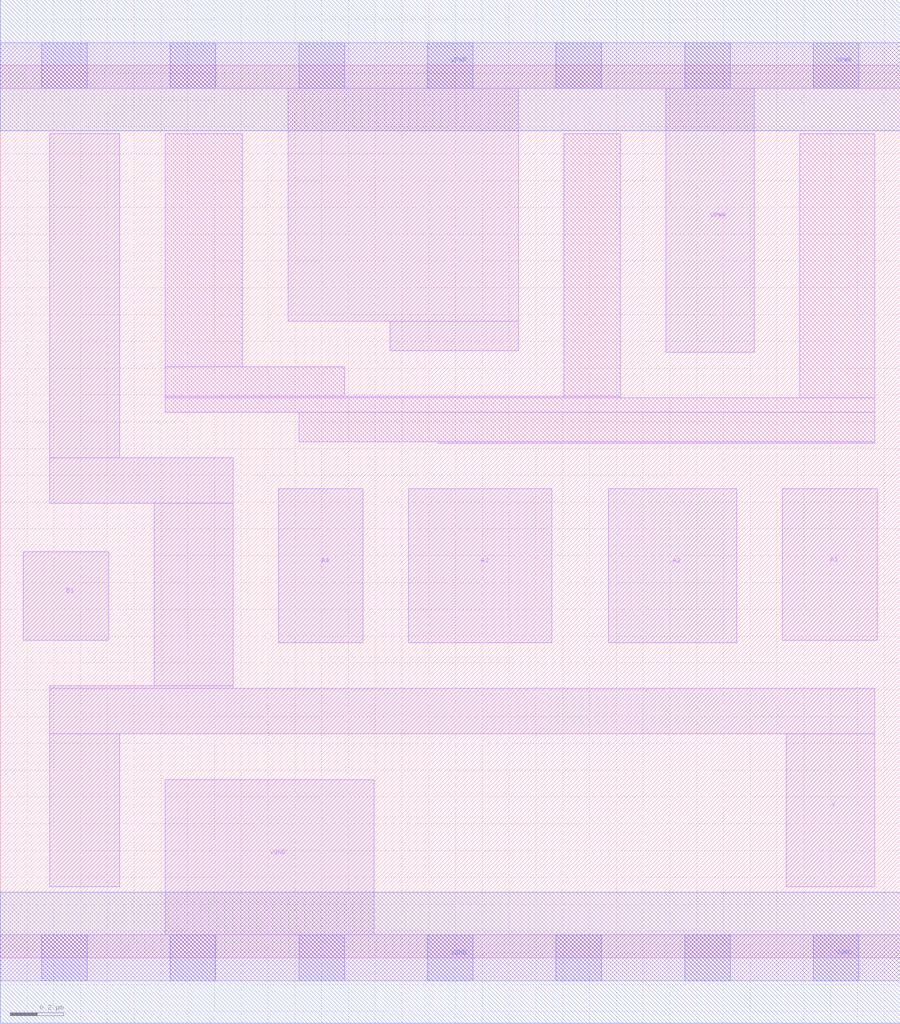
<source format=lef>
# Copyright 2020 The SkyWater PDK Authors
#
# Licensed under the Apache License, Version 2.0 (the "License");
# you may not use this file except in compliance with the License.
# You may obtain a copy of the License at
#
#     https://www.apache.org/licenses/LICENSE-2.0
#
# Unless required by applicable law or agreed to in writing, software
# distributed under the License is distributed on an "AS IS" BASIS,
# WITHOUT WARRANTIES OR CONDITIONS OF ANY KIND, either express or implied.
# See the License for the specific language governing permissions and
# limitations under the License.
#
# SPDX-License-Identifier: Apache-2.0

VERSION 5.7 ;
  NAMESCASESENSITIVE ON ;
  NOWIREEXTENSIONATPIN ON ;
  DIVIDERCHAR "/" ;
  BUSBITCHARS "[]" ;
UNITS
  DATABASE MICRONS 200 ;
END UNITS
MACRO sky130_fd_sc_lp__a41oi_1
  CLASS CORE ;
  SOURCE USER ;
  FOREIGN sky130_fd_sc_lp__a41oi_1 ;
  ORIGIN  0.000000  0.000000 ;
  SIZE  3.360000 BY  3.330000 ;
  SYMMETRY X Y R90 ;
  SITE unit ;
  PIN A1
    ANTENNAGATEAREA  0.315000 ;
    DIRECTION INPUT ;
    USE SIGNAL ;
    PORT
      LAYER li1 ;
        RECT 2.920000 1.185000 3.275000 1.750000 ;
    END
  END A1
  PIN A2
    ANTENNAGATEAREA  0.315000 ;
    DIRECTION INPUT ;
    USE SIGNAL ;
    PORT
      LAYER li1 ;
        RECT 2.270000 1.175000 2.750000 1.750000 ;
    END
  END A2
  PIN A3
    ANTENNAGATEAREA  0.315000 ;
    DIRECTION INPUT ;
    USE SIGNAL ;
    PORT
      LAYER li1 ;
        RECT 1.525000 1.175000 2.060000 1.750000 ;
    END
  END A3
  PIN A4
    ANTENNAGATEAREA  0.315000 ;
    DIRECTION INPUT ;
    USE SIGNAL ;
    PORT
      LAYER li1 ;
        RECT 1.040000 1.175000 1.355000 1.750000 ;
    END
  END A4
  PIN B1
    ANTENNAGATEAREA  0.315000 ;
    DIRECTION INPUT ;
    USE SIGNAL ;
    PORT
      LAYER li1 ;
        RECT 0.085000 1.185000 0.405000 1.515000 ;
    END
  END B1
  PIN Y
    ANTENNADIFFAREA  0.779100 ;
    DIRECTION OUTPUT ;
    USE SIGNAL ;
    PORT
      LAYER li1 ;
        RECT 0.185000 0.265000 0.445000 0.835000 ;
        RECT 0.185000 0.835000 3.265000 1.005000 ;
        RECT 0.185000 1.005000 0.870000 1.015000 ;
        RECT 0.185000 1.695000 0.870000 1.865000 ;
        RECT 0.185000 1.865000 0.445000 3.075000 ;
        RECT 0.575000 1.015000 0.870000 1.695000 ;
        RECT 2.935000 0.265000 3.265000 0.835000 ;
    END
  END Y
  PIN VGND
    DIRECTION INOUT ;
    USE GROUND ;
    PORT
      LAYER li1 ;
        RECT 0.000000 -0.085000 3.360000 0.085000 ;
        RECT 0.615000  0.085000 1.395000 0.665000 ;
      LAYER mcon ;
        RECT 0.155000 -0.085000 0.325000 0.085000 ;
        RECT 0.635000 -0.085000 0.805000 0.085000 ;
        RECT 1.115000 -0.085000 1.285000 0.085000 ;
        RECT 1.595000 -0.085000 1.765000 0.085000 ;
        RECT 2.075000 -0.085000 2.245000 0.085000 ;
        RECT 2.555000 -0.085000 2.725000 0.085000 ;
        RECT 3.035000 -0.085000 3.205000 0.085000 ;
      LAYER met1 ;
        RECT 0.000000 -0.245000 3.360000 0.245000 ;
    END
  END VGND
  PIN VPWR
    DIRECTION INOUT ;
    USE POWER ;
    PORT
      LAYER li1 ;
        RECT 0.000000 3.245000 3.360000 3.415000 ;
        RECT 1.075000 2.375000 1.935000 3.245000 ;
        RECT 1.455000 2.265000 1.935000 2.375000 ;
        RECT 2.485000 2.260000 2.815000 3.245000 ;
      LAYER mcon ;
        RECT 0.155000 3.245000 0.325000 3.415000 ;
        RECT 0.635000 3.245000 0.805000 3.415000 ;
        RECT 1.115000 3.245000 1.285000 3.415000 ;
        RECT 1.595000 3.245000 1.765000 3.415000 ;
        RECT 2.075000 3.245000 2.245000 3.415000 ;
        RECT 2.555000 3.245000 2.725000 3.415000 ;
        RECT 3.035000 3.245000 3.205000 3.415000 ;
      LAYER met1 ;
        RECT 0.000000 3.085000 3.360000 3.575000 ;
    END
  END VPWR
  OBS
    LAYER li1 ;
      RECT 0.615000 2.035000 3.265000 2.090000 ;
      RECT 0.615000 2.090000 2.315000 2.095000 ;
      RECT 0.615000 2.095000 1.285000 2.205000 ;
      RECT 0.615000 2.205000 0.905000 3.075000 ;
      RECT 1.115000 1.925000 3.265000 2.035000 ;
      RECT 1.635000 1.920000 3.265000 1.925000 ;
      RECT 2.105000 2.095000 2.315000 3.075000 ;
      RECT 2.985000 2.090000 3.265000 3.075000 ;
  END
END sky130_fd_sc_lp__a41oi_1

</source>
